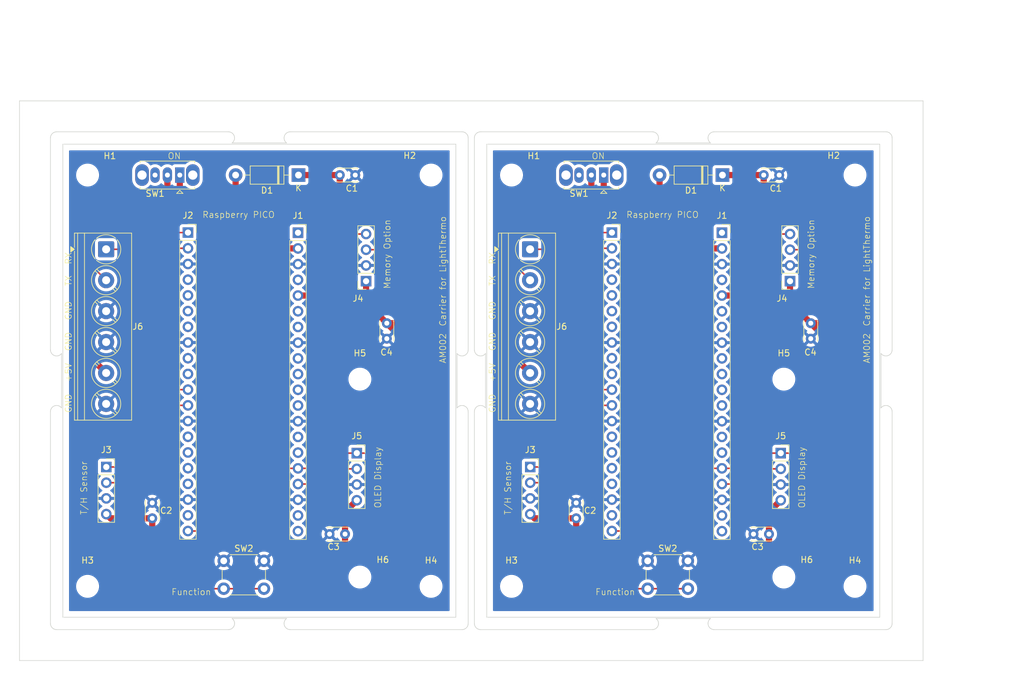
<source format=kicad_pcb>
(kicad_pcb (version 20241229) (generator "pcbnew") (generator_version "9.0")
  (title_block (title "Carrier board for lightThermo") (date "2025-03-16") (rev "1.1") (company "AM"))
  (layers (0 "F.Cu" signal) (2 "B.Cu" signal) (13 "F.Paste" user) (15 "B.Paste" user) (5 "F.SilkS" user "F.Silkscreen") (7 "B.SilkS" user "B.Silkscreen") (1 "F.Mask" user) (3 "B.Mask" user) (25 "Edge.Cuts" user))
  (net 0 "")
  (net 1 "Board_0-GND")
  (net 2 "Board_0-Net-(D1-A)")
  (net 3 "Board_0-Net-(D1-K)")
  (net 4 "Board_0-Net-(J1-3V3(OUT))")
  (net 5 "Board_0-Net-(J1-I2C1_SCL)")
  (net 6 "Board_0-Net-(J1-I2C1_SDA)")
  (net 7 "Board_0-Net-(J2-GP15)")
  (net 8 "Board_0-Net-(J2-I2C0_SCL)")
  (net 9 "Board_0-Net-(J2-I2C0_SDA)")
  (net 10 "Board_0-Net-(J2-UART0_RX)")
  (net 11 "Board_0-Net-(J2-UART0_TX)")
  (net 12 "Board_0-Net-(J6-Pin_5)")
  (net 13 "Board_0-unconnected-(J1-3V3_EN-Pad4)")
  (net 14 "Board_0-unconnected-(J1-ADC_VREF-Pad6)")
  (net 15 "Board_0-unconnected-(J1-GP16-Pad20)")
  (net 16 "Board_0-unconnected-(J1-GP17-Pad19)")
  (net 17 "Board_0-unconnected-(J1-GP20-Pad15)")
  (net 18 "Board_0-unconnected-(J1-GP21-Pad14)")
  (net 19 "Board_0-unconnected-(J1-GP22-Pad12)")
  (net 20 "Board_0-unconnected-(J1-GP26-Pad10)")
  (net 21 "Board_0-unconnected-(J1-GP27-Pad9)")
  (net 22 "Board_0-unconnected-(J1-GP28-Pad7)")
  (net 23 "Board_0-unconnected-(J1-RUN-Pad11)")
  (net 24 "Board_0-unconnected-(J1-VBUS-Pad1)")
  (net 25 "Board_0-unconnected-(J2-GP10-Pad14)")
  (net 26 "Board_0-unconnected-(J2-GP11-Pad15)")
  (net 27 "Board_0-unconnected-(J2-GP12-Pad16)")
  (net 28 "Board_0-unconnected-(J2-GP13-Pad17)")
  (net 29 "Board_0-unconnected-(J2-GP14-Pad19)")
  (net 30 "Board_0-unconnected-(J2-GP2-Pad4)")
  (net 31 "Board_0-unconnected-(J2-GP3-Pad5)")
  (net 32 "Board_0-unconnected-(J2-GP4-Pad6)")
  (net 33 "Board_0-unconnected-(J2-GP5-Pad7)")
  (net 34 "Board_0-unconnected-(J2-GP6-Pad9)")
  (net 35 "Board_0-unconnected-(J2-GP7-Pad10)")
  (net 36 "Board_1-GND")
  (net 37 "Board_1-Net-(D1-A)")
  (net 38 "Board_1-Net-(D1-K)")
  (net 39 "Board_1-Net-(J1-3V3(OUT))")
  (net 40 "Board_1-Net-(J1-I2C1_SCL)")
  (net 41 "Board_1-Net-(J1-I2C1_SDA)")
  (net 42 "Board_1-Net-(J2-GP15)")
  (net 43 "Board_1-Net-(J2-I2C0_SCL)")
  (net 44 "Board_1-Net-(J2-I2C0_SDA)")
  (net 45 "Board_1-Net-(J2-UART0_RX)")
  (net 46 "Board_1-Net-(J2-UART0_TX)")
  (net 47 "Board_1-Net-(J6-Pin_5)")
  (net 48 "Board_1-unconnected-(J1-3V3_EN-Pad4)")
  (net 49 "Board_1-unconnected-(J1-ADC_VREF-Pad6)")
  (net 50 "Board_1-unconnected-(J1-GP16-Pad20)")
  (net 51 "Board_1-unconnected-(J1-GP17-Pad19)")
  (net 52 "Board_1-unconnected-(J1-GP20-Pad15)")
  (net 53 "Board_1-unconnected-(J1-GP21-Pad14)")
  (net 54 "Board_1-unconnected-(J1-GP22-Pad12)")
  (net 55 "Board_1-unconnected-(J1-GP26-Pad10)")
  (net 56 "Board_1-unconnected-(J1-GP27-Pad9)")
  (net 57 "Board_1-unconnected-(J1-GP28-Pad7)")
  (net 58 "Board_1-unconnected-(J1-RUN-Pad11)")
  (net 59 "Board_1-unconnected-(J1-VBUS-Pad1)")
  (net 60 "Board_1-unconnected-(J2-GP10-Pad14)")
  (net 61 "Board_1-unconnected-(J2-GP11-Pad15)")
  (net 62 "Board_1-unconnected-(J2-GP12-Pad16)")
  (net 63 "Board_1-unconnected-(J2-GP13-Pad17)")
  (net 64 "Board_1-unconnected-(J2-GP14-Pad19)")
  (net 65 "Board_1-unconnected-(J2-GP2-Pad4)")
  (net 66 "Board_1-unconnected-(J2-GP3-Pad5)")
  (net 67 "Board_1-unconnected-(J2-GP4-Pad6)")
  (net 68 "Board_1-unconnected-(J2-GP5-Pad7)")
  (net 69 "Board_1-unconnected-(J2-GP6-Pad9)")
  (net 70 "Board_1-unconnected-(J2-GP7-Pad10)")
  (footprint "MountingHole:MountingHole_3.2mm_M3" (layer "F.Cu") (at 77.7 32)
    (property "Reference" "H1")
    (property "Value" "MountingHole")
  )
  (footprint "MountingHole:MountingHole_3.2mm_M3" (layer "F.Cu") (at 190.2 65)
    (property "Reference" "H5")
    (property "Value" "MountingHole")
  )
  (footprint "MountingHole:MountingHole_3.2mm_M3" (layer "F.Cu") (at 201.7 32)
    (property "Reference" "H2")
    (property "Value" "MountingHole")
  )
  (footprint "Connector_PinSocket_2.54mm:PinSocket_1x04_P2.54mm_Vertical" (layer "F.Cu") (at 80.725 79.2)
    (property "Reference" "J3")
    (property "Value" "Sensor T/H")
  )
  (footprint "Capacitor_THT:C_Disc_D3.0mm_W2.0mm_P2.50mm" (layer "F.Cu") (at 126.05 55.95 -90)
    (property "Reference" "C4")
    (property "Value" "100nF")
  )
  (footprint "Connector_PinSocket_2.54mm:PinSocket_1x04_P2.54mm_Vertical" (layer "F.Cu") (at 149.225 79.2)
    (property "Reference" "J3")
    (property "Value" "Sensor T/H")
  )
  (footprint "TerminalBlock_Phoenix:TerminalBlock_Phoenix_PT-1,5-6-5.0-H_1x06_P5.00mm_Horizontal" (layer "F.Cu") (at 149.2 44 -90)
    (property "Reference" "J6")
    (property "Value" "Screw_Terminal_01x06")
  )
  (footprint "Button_Switch_THT:SW_PUSH_6mm_H8mm" (layer "F.Cu") (at 168.2 94.38)
    (property "Reference" "SW2")
    (property "Value" "SW_Push")
  )
  (footprint "Connector_PinSocket_2.54mm:PinSocket_1x20_P2.54mm_Vertical" (layer "F.Cu") (at 111.7 41.32)
    (property "Reference" "J1")
    (property "Value" "pico R")
  )
  (footprint "Connector_PinSocket_2.54mm:PinSocket_1x20_P2.54mm_Vertical" (layer "F.Cu") (at 93.92 41.295)
    (property "Reference" "J2")
    (property "Value" "pico L")
  )
  (footprint "MountingHole:MountingHole_3.2mm_M3" (layer "F.Cu") (at 146.2 32)
    (property "Reference" "H1")
    (property "Value" "MountingHole")
  )
  (footprint "Capacitor_THT:C_Disc_D3.0mm_W2.0mm_P2.50mm" (layer "F.Cu") (at 189.45 32 180)
    (property "Reference" "C1")
    (property "Value" "100nF")
  )
  (footprint "Connector_PinSocket_2.54mm:PinSocket_1x20_P2.54mm_Vertical" (layer "F.Cu") (at 162.42 41.295)
    (property "Reference" "J2")
    (property "Value" "pico L")
  )
  (footprint "MountingHole:MountingHole_3.2mm_M3" (layer "F.Cu") (at 201.7 98.5)
    (property "Reference" "H4")
    (property "Value" "MountingHole")
  )
  (footprint "Capacitor_THT:C_Disc_D3.0mm_W2.0mm_P2.50mm" (layer "F.Cu") (at 187.8 90.05 180)
    (property "Reference" "C3")
    (property "Value" "100nF")
  )
  (footprint "MountingHole:MountingHole_3.2mm_M3" (layer "F.Cu") (at 133.2 32)
    (property "Reference" "H2")
    (property "Value" "MountingHole")
  )
  (footprint "MountingHole:MountingHole_3.2mm_M3" (layer "F.Cu") (at 190.2 97)
    (property "Reference" "H6")
    (property "Value" "MountingHole")
  )
  (footprint "Button_Switch_THT:SW_Slide_SPDT_Straight_CK_OS102011MS2Q" (layer "F.Cu") (at 92.6 32 180)
    (property "Reference" "SW1")
    (property "Value" "SW_SPST")
  )
  (footprint "Connector_PinSocket_2.54mm:PinSocket_1x04_P2.54mm_Vertical" (layer "F.Cu") (at 189.7 76.96)
    (property "Reference" "J5")
    (property "Value" "Display OLED")
  )
  (footprint "MountingHole:MountingHole_3.2mm_M3" (layer "F.Cu") (at 121.7 65)
    (property "Reference" "H5")
    (property "Value" "MountingHole")
  )
  (footprint "Capacitor_THT:C_Disc_D3.0mm_W2.0mm_P2.50mm" (layer "F.Cu") (at 156.65 85 -90)
    (property "Reference" "C2")
    (property "Value" "100nF")
  )
  (footprint "Button_Switch_THT:SW_PUSH_6mm_H8mm" (layer "F.Cu") (at 99.7 94.38)
    (property "Reference" "SW2")
    (property "Value" "SW_Push")
  )
  (footprint "MountingHole:MountingHole_3.2mm_M3" (layer "F.Cu") (at 121.7 97)
    (property "Reference" "H6")
    (property "Value" "MountingHole")
  )
  (footprint "MountingHole:MountingHole_3.2mm_M3" (layer "F.Cu") (at 133.2 98.5)
    (property "Reference" "H4")
    (property "Value" "MountingHole")
  )
  (footprint "Connector_PinSocket_2.54mm:PinSocket_1x04_P2.54mm_Vertical" (layer "F.Cu") (at 191.2 49.15 180)
    (property "Reference" "J4")
    (property "Value" "Memory Option")
  )
  (footprint "TerminalBlock_Phoenix:TerminalBlock_Phoenix_PT-1,5-6-5.0-H_1x06_P5.00mm_Horizontal" (layer "F.Cu") (at 80.7 44 -90)
    (property "Reference" "J6")
    (property "Value" "Screw_Terminal_01x06")
  )
  (footprint "MountingHole:MountingHole_3.2mm_M3" (layer "F.Cu") (at 146.2 98.5)
    (property "Reference" "H3")
    (property "Value" "MountingHole")
  )
  (footprint "Connector_PinSocket_2.54mm:PinSocket_1x04_P2.54mm_Vertical" (layer "F.Cu") (at 122.7 49.15 180)
    (property "Reference" "J4")
    (property "Value" "Memory Option")
  )
  (footprint "Capacitor_THT:C_Disc_D3.0mm_W2.0mm_P2.50mm" (layer "F.Cu") (at 88.15 85 -90)
    (property "Reference" "C2")
    (property "Value" "100nF")
  )
  (footprint "Capacitor_THT:C_Disc_D3.0mm_W2.0mm_P2.50mm" (layer "F.Cu") (at 120.95 32 180)
    (property "Reference" "C1")
    (property "Value" "100nF")
  )
  (footprint "MountingHole:MountingHole_3.2mm_M3" (layer "F.Cu") (at 77.7 98.5)
    (property "Reference" "H3")
    (property "Value" "MountingHole")
  )
  (footprint "Diode_THT:D_DO-41_SOD81_P10.16mm_Horizontal" (layer "F.Cu") (at 111.78 32 180)
    (property "Reference" "D1")
    (property "Value" "1N5817")
  )
  (footprint "Connector_PinSocket_2.54mm:PinSocket_1x04_P2.54mm_Vertical" (layer "F.Cu") (at 121.2 76.96)
    (property "Reference" "J5")
    (property "Value" "Display OLED")
  )
  (footprint "Connector_PinSocket_2.54mm:PinSocket_1x20_P2.54mm_Vertical" (layer "F.Cu") (at 180.2 41.32)
    (property "Reference" "J1")
    (property "Value" "pico R")
  )
  (footprint "Capacitor_THT:C_Disc_D3.0mm_W2.0mm_P2.50mm" (layer "F.Cu") (at 194.55 55.95 -90)
    (property "Reference" "C4")
    (property "Value" "100nF")
  )
  (footprint "Capacitor_THT:C_Disc_D3.0mm_W2.0mm_P2.50mm" (layer "F.Cu") (at 119.3 90.05 180)
    (property "Reference" "C3")
    (property "Value" "100nF")
  )
  (footprint "Button_Switch_THT:SW_Slide_SPDT_Straight_CK_OS102011MS2Q" (layer "F.Cu") (at 161.1 32 180)
    (property "Reference" "SW1")
    (property "Value" "SW_SPST")
  )
  (footprint "Diode_THT:D_DO-41_SOD81_P10.16mm_Horizontal" (layer "F.Cu") (at 180.28 32 180)
    (property "Reference" "D1")
    (property "Value" "1N5817")
  )
  (gr_line (start 169.287552 105.441602) (end 169.097583 105.489187) (stroke (width 0.1)) (layer "Edge.Cuts"))
  (gr_line (start 138.796103 105.303404) (end 138.628127 105.404085) (stroke (width 0.1)) (layer "Edge.Cuts"))
  (gr_line (start 139.189187 60.397583) (end 139.141602 60.587552) (stroke (width 0.1)) (layer "Edge.Cuts"))
  (gr_line (start 207.296103 61.053404) (end 207.128127 61.154085) (stroke (width 0.1)) (layer "Edge.Cuts"))
  (gr_line (start 177.951203 25.949981) (end 177.979939 25.756262) (stroke (width 0.1)) (layer "Edge.Cuts"))
  (gr_line (start 141.714588 69.392129) (end 141.871887 69.50879) (stroke (width 0.1)) (layer "Edge.Cuts"))
  (gr_line (start 109.85014 26.8) (end 109.70879 26.671887) (stroke (width 0.1)) (layer "Edge.Cuts"))
  (gr_line (start 138.052416 61.239187) (end 137.862447 61.191602) (stroke (width 0.1)) (layer "Edge.Cuts"))
  (gr_line (start 138.628127 61.154085) (end 138.443737 61.22006) (stroke (width 0.1)) (layer "Edge.Cuts"))
  (gr_line (start 169.939187 26.147583) (end 169.891602 26.337552) (stroke (width 0.1)) (layer "Edge.Cuts"))
  (gr_line (start 71.776044 69.866699) (end 71.868362 69.693985) (stroke (width 0.1)) (layer "Edge.Cuts"))
  (gr_line (start 169.584758 105.273237) (end 169.464588 105.35787) (stroke (width 0.1)) (layer "Edge.Cuts"))
  (gr_line (start 109.70879 26.671887) (end 109.592129 26.514588) (stroke (width 0.1)) (layer "Edge.Cuts"))
  (gr_line (start 205.9 60.849859) (end 205.9 69.653445) (stroke (width 0.1)) (layer "Edge.Cuts"))
  (gr_line (start 72.699012 25) (end 100.450987 25) (stroke (width 0.1)) (layer "Edge.Cuts"))
  (gr_line (start 140.219195 70.054104) (end 140.276044 69.866699) (stroke (width 0.1)) (layer "Edge.Cuts"))
  (gr_line (start 141.871887 60.991209) (end 141.714588 61.10787) (stroke (width 0.1)) (layer "Edge.Cuts"))
  (gr_line (start 109.7426 105.207399) (end 109.618362 105.056014) (stroke (width 0.1)) (layer "Edge.Cuts"))
  (gr_line (start 72.316699 69.326044) (end 72.504104 69.269195) (stroke (width 0.1)) (layer "Edge.Cuts"))
  (gr_line (start 178.045914 104.928127) (end 177.979939 104.743737) (stroke (width 0.1)) (layer "Edge.Cuts"))
  (gr_line (start 137.956262 69.279939) (end 138.10108 69.25481) (stroke (width 0.1)) (layer "Edge.Cuts"))
  (gr_line (start 137.685411 61.10787) (end 137.528112 60.991209) (stroke (width 0.1)) (layer "Edge.Cuts"))
  (gr_line (start 71.7 104.500987) (end 71.7 70.249012) (stroke (width 0.1)) (layer "Edge.Cuts"))
  (gr_line (start 101.281637 103.943985) (end 101.354085 104.071872) (stroke (width 0.1)) (layer "Edge.Cuts"))
  (gr_line (start 169.550049 103.7) (end 169.657399 103.7926) (stroke (width 0.1)) (layer "Edge.Cuts"))
  (gr_line (start 207.128127 25.095914) (end 207.296103 25.196595) (stroke (width 0.1)) (layer "Edge.Cuts"))
  (gr_line (start 73.214588 61.10787) (end 73.037552 61.191602) (stroke (width 0.1)) (layer "Edge.Cuts"))
  (gr_line (start 110.066699 105.423955) (end 109.893985 105.331637) (stroke (width 0.1)) (layer "Edge.Cuts"))
  (gr_line (start 142.2 27) (end 205.7 27) (stroke (width 0.1)) (layer "Edge.Cuts"))
  (gr_line (start 101.448796 25.949981) (end 101.439187 26.147583) (stroke (width 0.1)) (layer "Edge.Cuts"))
  (gr_line (start 109.508397 104.162447) (end 109.592129 103.985411) (stroke (width 0.1)) (layer "Edge.Cuts"))
  (gr_line (start 139.104085 69.821872) (end 139.180804 70.054104) (stroke (width 0.1)) (layer "Edge.Cuts"))
  (gr_line (start 138.628127 105.404085) (end 138.395895 105.480804) (stroke (width 0.1)) (layer "Edge.Cuts"))
  (gr_line (start 138.347583 69.260812) (end 138.490994 69.293016) (stroke (width 0.1)) (layer "Edge.Cuts"))
  (gr_line (start 140.45879 60.921887) (end 140.342129 60.764588) (stroke (width 0.1)) (layer "Edge.Cuts"))
  (gr_line (start 73.371887 60.991209) (end 73.214588 61.10787) (stroke (width 0.1)) (layer "Edge.Cuts"))
  (gr_line (start 207.604085 69.821872) (end 207.680804 70.054104) (stroke (width 0.1)) (layer "Edge.Cuts"))
  (gr_line (start 178.045914 25.571872) (end 178.146595 25.403896) (stroke (width 0.1)) (layer "Edge.Cuts"))
  (gr_line (start 141.199012 105.5) (end 141.004104 105.480804) (stroke (width 0.1)) (layer "Edge.Cuts"))
  (gr_line (start 178.435411 105.35787) (end 178.278112 105.241209) (stroke (width 0.1)) (layer "Edge.Cuts"))
  (gr_line (start 169.097583 105.489187) (end 168.950987 105.5) (stroke (width 0.1)) (layer "Edge.Cuts"))
  (gr_line (start 109.508397 26.337552) (end 109.460812 26.147583) (stroke (width 0.1)) (layer "Edge.Cuts"))
  (gr_line (start 71.926762 105.134758) (end 71.842129 105.014588) (stroke (width 0.1)) (layer "Edge.Cuts"))
  (gr_line (start 101.354085 104.928127) (end 101.281637 105.056014) (stroke (width 0.1)) (layer "Edge.Cuts"))
  (gr_line (start 72.504104 25.019195) (end 72.699012 25) (stroke (width 0.1)) (layer "Edge.Cuts"))
  (gr_line (start 206.456262 69.279939) (end 206.60108 69.25481) (stroke (width 0.1)) (layer "Edge.Cuts"))
  (gr_line (start 140.258397 25.662447) (end 140.31796 25.528074) (stroke (width 0.1)) (layer "Edge.Cuts"))
  (gr_line (start 169.464588 25.142129) (end 169.621887 25.25879) (stroke (width 0.1)) (layer "Edge.Cuts"))
  (gr_line (start 141.537552 69.308397) (end 141.714588 69.392129) (stroke (width 0.1)) (layer "Edge.Cuts"))
  (gr_line (start 109.45 104.499012) (end 109.460812 104.352416) (stroke (width 0.1)) (layer "Edge.Cuts"))
  (gr_line (start 138.250018 61.248796) (end 138.052416 61.239187) (stroke (width 0.1)) (layer "Edge.Cuts"))
  (gr_line (start 109.526044 104.8833) (end 109.469195 104.695895) (stroke (width 0.1)) (layer "Edge.Cuts"))
  (gr_line (start 169.939187 104.352416) (end 169.95 104.499012) (stroke (width 0.1)) (layer "Edge.Cuts"))
  (gr_line (start 72.504104 105.480804) (end 72.271872 105.404085) (stroke (width 0.1)) (layer "Edge.Cuts"))
  (gr_line (start 101.42006 25.756262) (end 101.448796 25.949981) (stroke (width 0.1)) (layer "Edge.Cuts"))
  (gr_line (start 169.854085 104.071872) (end 169.906983 104.209005) (stroke (width 0.1)) (layer "Edge.Cuts"))
  (gr_line (start 140.2 70.249012) (end 140.219195 70.054104) (stroke (width 0.1)) (layer "Edge.Cuts"))
  (gr_line (start 141.199012 25) (end 168.950987 25) (stroke (width 0.1)) (layer "Edge.Cuts"))
  (gr_line (start 207.7 60.250987) (end 207.689187 60.397583) (stroke (width 0.1)) (layer "Edge.Cuts"))
  (gr_line (start 71.710812 104.647583) (end 71.7 104.500987) (stroke (width 0.1)) (layer "Edge.Cuts"))
  (gr_line (start 207.7 70.249012) (end 207.7 104.500987) (stroke (width 0.1)) (layer "Edge.Cuts"))
  (gr_line (start 100.964588 25.142129) (end 101.121887 25.25879) (stroke (width 0.1)) (layer "Edge.Cuts"))
  (gr_line (start 178.146595 25.403896) (end 178.278112 25.25879) (stroke (width 0.1)) (layer "Edge.Cuts"))
  (gr_line (start 101.406983 104.209005) (end 101.439187 104.352416) (stroke (width 0.1)) (layer "Edge.Cuts"))
  (gr_line (start 101.191209 105.171887) (end 101.084758 105.273237) (stroke (width 0.1)) (layer "Edge.Cuts"))
  (gr_line (start 140.771872 61.154085) (end 140.603896 61.053404) (stroke (width 0.1)) (layer "Edge.Cuts"))
  (gr_line (start 206.185411 69.392129) (end 206.316699 69.326044) (stroke (width 0.1)) (layer "Edge.Cuts"))
  (gr_line (start 140.342129 105.014588) (end 140.258397 104.837552) (stroke (width 0.1)) (layer "Edge.Cuts"))
  (gr_line (start 101.439187 104.647583) (end 101.406983 104.790994) (stroke (width 0.1)) (layer "Edge.Cuts"))
  (gr_line (start 205.9 69.653445) (end 205.95879 69.578112) (stroke (width 0.1)) (layer "Edge.Cuts"))
  (gr_line (start 109.893985 105.331637) (end 109.7426 105.207399) (stroke (width 0.1)) (layer "Edge.Cuts"))
  (gr_line (start 178.092129 26.514588) (end 178.008397 26.337552) (stroke (width 0.1)) (layer "Edge.Cuts"))
  (gr_line (start 205.95879 69.578112) (end 206.065241 69.476762) (stroke (width 0.1)) (layer "Edge.Cuts"))
  (gr_line (start 101.191209 103.828112) (end 101.281637 103.943985) (stroke (width 0.1)) (layer "Edge.Cuts"))
  (gr_line (start 101.084758 103.726762) (end 101.191209 103.828112) (stroke (width 0.1)) (layer "Edge.Cuts"))
  (gr_line (start 71.758397 25.662447) (end 71.81796 25.528074) (stroke (width 0.1)) (layer "Edge.Cuts"))
  (gr_line (start 137.685411 69.392129) (end 137.816699 69.326044) (stroke (width 0.1)) (layer "Edge.Cuts"))
  (gr_line (start 141.004104 69.269195) (end 141.200987 69.25) (stroke (width 0.1)) (layer "Edge.Cuts"))
  (gr_line (start 100.450987 25) (end 100.597583 25.010812) (stroke (width 0.1)) (layer "Edge.Cuts"))
  (gr_line (start 207.441209 60.921887) (end 207.296103 61.053404) (stroke (width 0.1)) (layer "Edge.Cuts"))
  (gr_line (start 168.950987 105.5) (end 141.199012 105.5) (stroke (width 0.1)) (layer "Edge.Cuts"))
  (gr_line (start 178.949012 105.5) (end 178.802416 105.489187) (stroke (width 0.1)) (layer "Edge.Cuts"))
  (gr_line (start 169.948796 25.949981) (end 169.939187 26.147583) (stroke (width 0.1)) (layer "Edge.Cuts"))
  (gr_line (start 101.049859 26.8) (end 109.85014 26.8) (stroke (width 0.1)) (layer "Edge.Cuts"))
  (gr_line (start 66.701245 20.00027) (end 66.700735 110.499574) (stroke (width 0.1)) (layer "Edge.Cuts"))
  (gr_line (start 110.449012 25) (end 138.200987 25) (stroke (width 0.1)) (layer "Edge.Cuts"))
  (gr_line (start 169.691209 26.671887) (end 169.549859 26.8) (stroke (width 0.1)) (layer "Edge.Cuts"))
  (gr_line (start 109.646595 25.403896) (end 109.778112 25.25879) (stroke (width 0.1)) (layer "Edge.Cuts"))
  (gr_line (start 141.004104 25.019195) (end 141.199012 25) (stroke (width 0.1)) (layer "Edge.Cuts"))
  (gr_line (start 206.990994 69.293016) (end 207.128127 69.345914) (stroke (width 0.1)) (layer "Edge.Cuts"))
  (gr_line (start 177.951203 104.550018) (end 177.95481 104.40108) (stroke (width 0.1)) (layer "Edge.Cuts"))
  (gr_line (start 71.710812 60.397583) (end 71.7 60.250987) (stroke (width 0.1)) (layer "Edge.Cuts"))
  (gr_line (start 101.406983 104.790994) (end 101.354085 104.928127) (stroke (width 0.1)) (layer "Edge.Cuts"))
  (gr_line (start 140.4926 69.5426) (end 140.643985 69.418362) (stroke (width 0.1)) (layer "Edge.Cuts"))
  (gr_line (start 178.146595 105.096103) (end 178.045914 104.928127) (stroke (width 0.1)) (layer "Edge.Cuts"))
  (gr_line (start 101.354085 25.571872) (end 101.42006 25.756262) (stroke (width 0.1)) (layer "Edge.Cuts"))
  (gr_line (start 169.80787 26.514588) (end 169.691209 26.671887) (stroke (width 0.1)) (layer "Edge.Cuts"))
  (gr_line (start 140.603896 25.196595) (end 140.771872 25.095914) (stroke (width 0.1)) (layer "Edge.Cuts"))
  (gr_line (start 206.552416 61.239187) (end 206.362447 61.191602) (stroke (width 0.1)) (layer "Edge.Cuts"))
  (gr_line (start 207.582039 25.528074) (end 207.641602 25.662447) (stroke (width 0.1)) (layer "Edge.Cuts"))
  (gr_line (start 71.868362 69.693985) (end 71.9926 69.5426) (stroke (width 0.1)) (layer "Edge.Cuts"))
  (gr_line (start 178.35014 26.8) (end 178.20879 26.671887) (stroke (width 0.1)) (layer "Edge.Cuts"))
  (gr_line (start 139.05787 60.764588) (end 138.941209 60.921887) (stroke (width 0.1)) (layer "Edge.Cuts"))
  (gr_line (start 139.082039 25.528074) (end 139.141602 25.662447) (stroke (width 0.1)) (layer "Edge.Cuts"))
  (gr_line (start 100.787552 105.441602) (end 100.597583 105.489187) (stroke (width 0.1)) (layer "Edge.Cuts"))
  (gr_line (start 71.842129 60.764588) (end 71.758397 60.587552) (stroke (width 0.1)) (layer "Edge.Cuts"))
  (gr_line (start 140.426762 105.134758) (end 140.342129 105.014588) (stroke (width 0.1)) (layer "Edge.Cuts"))
  (gr_line (start 71.7 60.250987) (end 71.7 25.999012) (stroke (width 0.1)) (layer "Edge.Cuts"))
  (gr_line (start 138.395895 25.019195) (end 138.628127 25.095914) (stroke (width 0.1)) (layer "Edge.Cuts"))
  (gr_line (start 207.296103 105.303404) (end 207.128127 105.404085) (stroke (width 0.1)) (layer "Edge.Cuts"))
  (gr_line (start 100.787552 25.058397) (end 100.964588 25.142129) (stroke (width 0.1)) (layer "Edge.Cuts"))
  (gr_line (start 169.549859 26.8) (end 178.35014 26.8) (stroke (width 0.1)) (layer "Edge.Cuts"))
  (gr_line (start 137.565241 69.476762) (end 137.685411 69.392129) (stroke (width 0.1)) (layer "Edge.Cuts"))
  (gr_line (start 71.758397 104.837552) (end 71.710812 104.647583) (stroke (width 0.1)) (layer "Edge.Cuts"))
  (gr_line (start 177.979939 25.756262) (end 178.045914 25.571872) (stroke (width 0.1)) (layer "Edge.Cuts"))
  (gr_line (start 140.368362 69.693985) (end 140.4926 69.5426) (stroke (width 0.1)) (layer "Edge.Cuts"))
  (gr_line (start 140.816699 69.326044) (end 141.004104 69.269195) (stroke (width 0.1)) (layer "Edge.Cuts"))
  (gr_line (start 141.200987 69.25) (end 141.347583 69.260812) (stroke (width 0.1)) (layer "Edge.Cuts"))
  (gr_line (start 140.603896 105.303404) (end 140.426762 105.134758) (stroke (width 0.1)) (layer "Edge.Cuts"))
  (gr_line (start 169.906983 104.209005) (end 169.939187 104.352416) (stroke (width 0.1)) (layer "Edge.Cuts"))
  (gr_line (start 212.699574 110.499264) (end 212.699264 20.000425) (stroke (width 0.1)) (layer "Edge.Cuts"))
  (gr_line (start 169.891602 26.337552) (end 169.80787 26.514588) (stroke (width 0.1)) (layer "Edge.Cuts"))
  (gr_line (start 206.028112 60.991209) (end 205.9 60.849859) (stroke (width 0.1)) (layer "Edge.Cuts"))
  (gr_line (start 72.504104 69.269195) (end 72.699012 69.25) (stroke (width 0.1)) (layer "Edge.Cuts"))
  (gr_line (start 137.528112 60.991209) (end 137.4 60.849859) (stroke (width 0.1)) (layer "Edge.Cuts"))
  (gr_line (start 212.699264 20.000425) (end 66.701245 20.00027) (stroke (width 0.1)) (layer "Edge.Cuts"))
  (gr_line (start 109.778112 25.25879) (end 109.935411 25.142129) (stroke (width 0.1)) (layer "Edge.Cuts"))
  (gr_line (start 101.354085 104.071872) (end 101.406983 104.209005) (stroke (width 0.1)) (layer "Edge.Cuts"))
  (gr_line (start 72.065241 25.226762) (end 72.271872 25.095914) (stroke (width 0.1)) (layer "Edge.Cuts"))
  (gr_line (start 140.258397 60.587552) (end 140.210812 60.397583) (stroke (width 0.1)) (layer "Edge.Cuts"))
  (gr_line (start 71.81796 25.528074) (end 71.926762 25.365241) (stroke (width 0.1)) (layer "Edge.Cuts"))
  (gr_line (start 205.7 103.5) (end 142.2 103.5) (stroke (width 0.1)) (layer "Edge.Cuts"))
  (gr_line (start 169.781637 105.056014) (end 169.691209 105.171887) (stroke (width 0.1)) (layer "Edge.Cuts"))
  (gr_line (start 139.141602 25.662447) (end 139.189187 25.852416) (stroke (width 0.1)) (layer "Edge.Cuts"))
  (gr_line (start 169.287552 25.058397) (end 169.464588 25.142129) (stroke (width 0.1)) (layer "Edge.Cuts"))
  (gr_line (start 139.2 60.250987) (end 139.189187 60.397583) (stroke (width 0.1)) (layer "Edge.Cuts"))
  (gr_line (start 72.847583 69.260812) (end 73.037552 69.308397) (stroke (width 0.1)) (layer "Edge.Cuts"))
  (gr_line (start 206.750018 61.248796) (end 206.552416 61.239187) (stroke (width 0.1)) (layer "Edge.Cuts"))
  (gr_line (start 207.128127 105.404085) (end 206.895895 105.480804) (stroke (width 0.1)) (layer "Edge.Cuts"))
  (gr_line (start 72.847583 61.239187) (end 72.649981 61.248796) (stroke (width 0.1)) (layer "Edge.Cuts"))
  (gr_line (start 110.112447 25.058397) (end 110.302416 25.010812) (stroke (width 0.1)) (layer "Edge.Cuts"))
  (gr_line (start 140.210812 104.647583) (end 140.2 104.500987) (stroke (width 0.1)) (layer "Edge.Cuts"))
  (gr_line (start 73.037552 61.191602) (end 72.847583 61.239187) (stroke (width 0.1)) (layer "Edge.Cuts"))
  (gr_line (start 71.9926 69.5426) (end 72.143985 69.418362) (stroke (width 0.1)) (layer "Edge.Cuts"))
  (gr_line (start 109.70879 103.828112) (end 109.85014 103.7) (stroke (width 0.1)) (layer "Edge.Cuts"))
  (gr_line (start 141.004104 105.480804) (end 140.771872 105.404085) (stroke (width 0.1)) (layer "Edge.Cuts"))
  (gr_line (start 140.2 104.500987) (end 140.2 70.249012) (stroke (width 0.1)) (layer "Edge.Cuts"))
  (gr_line (start 101.084758 105.273237) (end 100.921925 105.382039) (stroke (width 0.1)) (layer "Edge.Cuts"))
  (gr_line (start 100.597583 25.010812) (end 100.787552 25.058397) (stroke (width 0.1)) (layer "Edge.Cuts"))
  (gr_line (start 178.20879 26.671887) (end 178.092129 26.514588) (stroke (width 0.1)) (layer "Edge.Cuts"))
  (gr_line (start 139.189187 104.647583) (end 139.141602 104.837552) (stroke (width 0.1)) (layer "Edge.Cuts"))
  (gr_line (start 73.037552 69.308397) (end 73.214588 69.392129) (stroke (width 0.1)) (layer "Edge.Cuts"))
  (gr_line (start 72.271872 25.095914) (end 72.504104 25.019195) (stroke (width 0.1)) (layer "Edge.Cuts"))
  (gr_line (start 207.582039 104.971925) (end 207.473237 105.134758) (stroke (width 0.1)) (layer "Edge.Cuts"))
  (gr_line (start 73.371887 69.50879) (end 73.5 69.65014) (stroke (width 0.1)) (layer "Edge.Cuts"))
  (gr_line (start 178.355294 103.7) (end 169.550049 103.7) (stroke (width 0.1)) (layer "Edge.Cuts"))
  (gr_line (start 206.847583 69.260812) (end 206.990994 69.293016) (stroke (width 0.1)) (layer "Edge.Cuts"))
  (gr_line (start 72.271872 61.154085) (end 72.103896 61.053404) (stroke (width 0.1)) (layer "Edge.Cuts"))
  (gr_line (start 139.141602 60.587552) (end 139.05787 60.764588) (stroke (width 0.1)) (layer "Edge.Cuts"))
  (gr_line (start 109.592129 26.514588) (end 109.508397 26.337552) (stroke (width 0.1)) (layer "Edge.Cuts"))
  (gr_line (start 109.85014 103.7) (end 101.046758 103.7) (stroke (width 0.1)) (layer "Edge.Cuts"))
  (gr_line (start 207.128127 61.154085) (end 206.943737 61.22006) (stroke (width 0.1)) (layer "Edge.Cuts"))
  (gr_line (start 109.451203 25.949981) (end 109.479939 25.756262) (stroke (width 0.1)) (layer "Edge.Cuts"))
  (gr_line (start 109.460812 104.352416) (end 109.508397 104.162447) (stroke (width 0.1)) (layer "Edge.Cuts"))
  (gr_line (start 140.771872 25.095914) (end 141.004104 25.019195) (stroke (width 0.1)) (layer "Edge.Cuts"))
  (gr_line (start 141.871887 69.50879) (end 142 69.65014) (stroke (width 0.1)) (layer "Edge.Cuts"))
  (gr_line (start 101.45 104.499012) (end 101.439187 104.647583) (stroke (width 0.1)) (layer "Edge.Cuts"))
  (gr_line (start 138.490994 69.293016) (end 138.628127 69.345914) (stroke (width 0.1)) (layer "Edge.Cuts"))
  (gr_line (start 177.960812 26.147583) (end 177.951203 25.949981) (stroke (width 0.1)) (layer "Edge.Cuts"))
  (gr_line (start 178.315241 103.726762) (end 178.355294 103.7) (stroke (width 0.1)) (layer "Edge.Cuts"))
  (gr_line (start 207.7 104.500987) (end 207.689187 104.647583) (stroke (width 0.1)) (layer "Edge.Cuts"))
  (gr_line (start 110.302416 25.010812) (end 110.449012 25) (stroke (width 0.1)) (layer "Edge.Cuts"))
  (gr_line (start 71.7 70.249012) (end 71.719195 70.054104) (stroke (width 0.1)) (layer "Edge.Cuts"))
  (gr_line (start 100.921925 105.382039) (end 100.787552 105.441602) (stroke (width 0.1)) (layer "Edge.Cuts"))
  (gr_line (start 178.802416 105.489187) (end 178.612447 105.441602) (stroke (width 0.1)) (layer "Edge.Cuts"))
  (gr_line (start 142 60.849859) (end 141.871887 60.991209) (stroke (width 0.1)) (layer "Edge.Cuts"))
  (gr_line (start 169.621887 25.25879) (end 169.753404 25.403896) (stroke (width 0.1)) (layer "Edge.Cuts"))
  (gr_line (start 206.895895 25.019195) (end 207.128127 25.095914) (stroke (width 0.1)) (layer "Edge.Cuts"))
  (gr_line (start 206.065241 69.476762) (end 206.185411 69.392129) (stroke (width 0.1)) (layer "Edge.Cuts"))
  (gr_line (start 137.2 103.5) (end 73.7 103.5) (stroke (width 0.1)) (layer "Edge.Cuts"))
  (gr_line (start 73.7 27) (end 137.2 27) (stroke (width 0.1)) (layer "Edge.Cuts"))
  (gr_line (start 207.128127 69.345914) (end 207.334758 69.476762) (stroke (width 0.1)) (layer "Edge.Cuts"))
  (gr_line (start 109.618362 105.056014) (end 109.526044 104.8833) (stroke (width 0.1)) (layer "Edge.Cuts"))
  (gr_line (start 138.973237 25.365241) (end 139.082039 25.528074) (stroke (width 0.1)) (layer "Edge.Cuts"))
  (gr_line (start 178.612447 25.058397) (end 178.802416 25.010812) (stroke (width 0.1)) (layer "Edge.Cuts"))
  (gr_line (start 178.008397 26.337552) (end 177.960812 26.147583) (stroke (width 0.1)) (layer "Edge.Cuts"))
  (gr_line (start 138.796103 61.053404) (end 138.628127 61.154085) (stroke (width 0.1)) (layer "Edge.Cuts"))
  (gr_line (start 207.641602 25.662447) (end 207.689187 25.852416) (stroke (width 0.1)) (layer "Edge.Cuts"))
  (gr_line (start 101.253404 25.403896) (end 101.354085 25.571872) (stroke (width 0.1)) (layer "Edge.Cuts"))
  (gr_line (start 207.473237 105.134758) (end 207.296103 105.303404) (stroke (width 0.1)) (layer "Edge.Cuts"))
  (gr_line (start 109.460812 26.147583) (end 109.451203 25.949981) (stroke (width 0.1)) (layer "Edge.Cuts"))
  (gr_line (start 72.649981 61.248796) (end 72.456262 61.22006) (stroke (width 0.1)) (layer "Edge.Cuts"))
  (gr_line (start 101.121887 25.25879) (end 101.253404 25.403896) (stroke (width 0.1)) (layer "Edge.Cuts"))
  (gr_line (start 207.641602 104.837552) (end 207.582039 104.971925) (stroke (width 0.1)) (layer "Edge.Cuts"))
  (gr_line (start 206.943737 61.22006) (end 206.750018 61.248796) (stroke (width 0.1)) (layer "Edge.Cuts"))
  (gr_line (start 207.7 25.999012) (end 207.7 60.250987) (stroke (width 0.1)) (layer "Edge.Cuts"))
  (gr_line (start 73.5 60.849859) (end 73.371887 60.991209) (stroke (width 0.1)) (layer "Edge.Cuts"))
  (gr_line (start 141.537552 61.191602) (end 141.347583 61.239187) (stroke (width 0.1)) (layer "Edge.Cuts"))
  (gr_line (start 169.92006 25.756262) (end 169.948796 25.949981) (stroke (width 0.1)) (layer "Edge.Cuts"))
  (gr_line (start 178.612447 105.441602) (end 178.435411 105.35787) (stroke (width 0.1)) (layer "Edge.Cuts"))
  (gr_line (start 141.714588 61.10787) (end 141.537552 61.191602) (stroke (width 0.1)) (layer "Edge.Cuts"))
  (gr_line (start 169.854085 104.928127) (end 169.781637 105.056014) (stroke (width 0.1)) (layer "Edge.Cuts"))
  (gr_line (start 207.641602 60.587552) (end 207.55787 60.764588) (stroke (width 0.1)) (layer "Edge.Cuts"))
  (gr_line (start 177.993016 104.209005) (end 178.06796 104.028074) (stroke (width 0.1)) (layer "Edge.Cuts"))
  (gr_line (start 72.456262 61.22006) (end 72.271872 61.154085) (stroke (width 0.1)) (layer "Edge.Cuts"))
  (gr_line (start 101.30787 26.514588) (end 101.191209 26.671887) (stroke (width 0.1)) (layer "Edge.Cuts"))
  (gr_line (start 168.950987 25) (end 169.097583 25.010812) (stroke (width 0.1)) (layer "Edge.Cuts"))
  (gr_line (start 138.941209 60.921887) (end 138.796103 61.053404) (stroke (width 0.1)) (layer "Edge.Cuts"))
  (gr_line (start 142 69.65014) (end 142 60.849859) (stroke (width 0.1)) (layer "Edge.Cuts"))
  (gr_line (start 101.046758 103.7) (end 101.084758 103.726762) (stroke (width 0.1)) (layer "Edge.Cuts"))
  (gr_line (start 178.06796 104.028074) (end 178.176762 103.865241) (stroke (width 0.1)) (layer "Edge.Cuts"))
  (gr_line (start 138.200987 105.5) (end 110.449012 105.5) (stroke (width 0.1)) (layer "Edge.Cuts"))
  (gr_line (start 138.443737 61.22006) (end 138.250018 61.248796) (stroke (width 0.1)) (layer "Edge.Cuts"))
  (gr_line (start 139.2 70.249012) (end 139.2 104.500987) (stroke (width 0.1)) (layer "Edge.Cuts"))
  (gr_line (start 207.689187 60.397583) (end 207.641602 60.587552) (stroke (width 0.1)) (layer "Edge.Cuts"))
  (gr_line (start 178.949012 25) (end 206.700987 25) (stroke (width 0.1)) (layer "Edge.Cuts"))
  (gr_line (start 100.597583 105.489187) (end 100.450987 105.5) (stroke (width 0.1)) (layer "Edge.Cuts"))
  (gr_line (start 72.699012 69.25) (end 72.847583 69.260812) (stroke (width 0.1)) (layer "Edge.Cuts"))
  (gr_line (start 71.710812 25.852416) (end 71.758397 25.662447) (stroke (width 0.1)) (layer "Edge.Cuts"))
  (gr_line (start 101.281637 105.056014) (end 101.191209 105.171887) (stroke (width 0.1)) (layer "Edge.Cuts"))
  (gr_line (start 109.545914 25.571872) (end 109.646595 25.403896) (stroke (width 0.1)) (layer "Edge.Cuts"))
  (gr_line (start 207.296103 25.196595) (end 207.473237 25.365241) (stroke (width 0.1)) (layer "Edge.Cuts"))
  (gr_line (start 207.55787 60.764588) (end 207.441209 60.921887) (stroke (width 0.1)) (layer "Edge.Cuts"))
  (gr_line (start 101.439187 26.147583) (end 101.391602 26.337552) (stroke (width 0.1)) (layer "Edge.Cuts"))
  (gr_line (start 140.643985 69.418362) (end 140.816699 69.326044) (stroke (width 0.1)) (layer "Edge.Cuts"))
  (gr_line (start 140.276044 69.866699) (end 140.368362 69.693985) (stroke (width 0.1)) (layer "Edge.Cuts"))
  (gr_line (start 169.95 104.499012) (end 169.939187 104.647583) (stroke (width 0.1)) (layer "Edge.Cuts"))
  (gr_line (start 206.185411 61.10787) (end 206.028112 60.991209) (stroke (width 0.1)) (layer "Edge.Cuts"))
  (gr_line (start 71.7 25.999012) (end 71.710812 25.852416) (stroke (width 0.1)) (layer "Edge.Cuts"))
  (gr_line (start 206.60108 69.25481) (end 206.847583 69.260812) (stroke (width 0.1)) (layer "Edge.Cuts"))
  (gr_line (start 72.699012 105.5) (end 72.504104 105.480804) (stroke (width 0.1)) (layer "Edge.Cuts"))
  (gr_line (start 71.842129 105.014588) (end 71.758397 104.837552) (stroke (width 0.1)) (layer "Edge.Cuts"))
  (gr_line (start 101.191209 26.671887) (end 101.049859 26.8) (stroke (width 0.1)) (layer "Edge.Cuts"))
  (gr_line (start 110.254104 105.480804) (end 110.066699 105.423955) (stroke (width 0.1)) (layer "Edge.Cuts"))
  (gr_line (start 100.450987 105.5) (end 72.699012 105.5) (stroke (width 0.1)) (layer "Edge.Cuts"))
  (gr_line (start 73.5 69.65014) (end 73.5 60.849859) (stroke (width 0.1)) (layer "Edge.Cuts"))
  (gr_line (start 206.362447 61.191602) (end 206.185411 61.10787) (stroke (width 0.1)) (layer "Edge.Cuts"))
  (gr_line (start 140.31796 25.528074) (end 140.426762 25.365241) (stroke (width 0.1)) (layer "Edge.Cuts"))
  (gr_line (start 178.176762 103.865241) (end 178.315241 103.726762) (stroke (width 0.1)) (layer "Edge.Cuts"))
  (gr_line (start 138.628127 69.345914) (end 138.834758 69.476762) (stroke (width 0.1)) (layer "Edge.Cuts"))
  (gr_line (start 138.10108 69.25481) (end 138.347583 69.260812) (stroke (width 0.1)) (layer "Edge.Cuts"))
  (gr_line (start 137.816699 69.326044) (end 137.956262 69.279939) (stroke (width 0.1)) (layer "Edge.Cuts"))
  (gr_line (start 169.854085 25.571872) (end 169.92006 25.756262) (stroke (width 0.1)) (layer "Edge.Cuts"))
  (gr_line (start 169.753404 103.903896) (end 169.854085 104.071872) (stroke (width 0.1)) (layer "Edge.Cuts"))
  (gr_line (start 140.603896 61.053404) (end 140.45879 60.921887) (stroke (width 0.1)) (layer "Edge.Cuts"))
  (gr_line (start 109.479939 25.756262) (end 109.545914 25.571872) (stroke (width 0.1)) (layer "Edge.Cuts"))
  (gr_line (start 178.802416 25.010812) (end 178.949012 25) (stroke (width 0.1)) (layer "Edge.Cuts"))
  (gr_line (start 169.906983 104.790994) (end 169.854085 104.928127) (stroke (width 0.1)) (layer "Edge.Cuts"))
  (gr_line (start 206.700987 105.5) (end 178.949012 105.5) (stroke (width 0.1)) (layer "Edge.Cuts"))
  (gr_line (start 177.95481 104.40108) (end 177.993016 104.209005) (stroke (width 0.1)) (layer "Edge.Cuts"))
  (gr_line (start 139.05787 105.014588) (end 138.973237 105.134758) (stroke (width 0.1)) (layer "Edge.Cuts"))
  (gr_line (start 71.95879 60.921887) (end 71.842129 60.764588) (stroke (width 0.1)) (layer "Edge.Cuts"))
  (gr_line (start 169.691209 105.171887) (end 169.584758 105.273237) (stroke (width 0.1)) (layer "Edge.Cuts"))
  (gr_line (start 66.700735 110.499574) (end 212.699574 110.499264) (stroke (width 0.1)) (layer "Edge.Cuts"))
  (gr_line (start 110.449012 105.5) (end 110.254104 105.480804) (stroke (width 0.1)) (layer "Edge.Cuts"))
  (gr_line (start 140.258397 104.837552) (end 140.210812 104.647583) (stroke (width 0.1)) (layer "Edge.Cuts"))
  (gr_line (start 137.4 69.650321) (end 137.565241 69.476762) (stroke (width 0.1)) (layer "Edge.Cuts"))
  (gr_line (start 140.956262 61.22006) (end 140.771872 61.154085) (stroke (width 0.1)) (layer "Edge.Cuts"))
  (gr_line (start 137.4 60.849859) (end 137.4 69.650321) (stroke (width 0.1)) (layer "Edge.Cuts"))
  (gr_line (start 178.278112 105.241209) (end 178.146595 105.096103) (stroke (width 0.1)) (layer "Edge.Cuts"))
  (gr_line (start 101.391602 26.337552) (end 101.30787 26.514588) (stroke (width 0.1)) (layer "Edge.Cuts"))
  (gr_line (start 207.473237 69.615241) (end 207.604085 69.821872) (stroke (width 0.1)) (layer "Edge.Cuts"))
  (gr_line (start 109.935411 25.142129) (end 110.112447 25.058397) (stroke (width 0.1)) (layer "Edge.Cuts"))
  (gr_line (start 71.926762 25.365241) (end 72.065241 25.226762) (stroke (width 0.1)) (layer "Edge.Cuts"))
  (gr_line (start 207.680804 70.054104) (end 207.7 70.249012) (stroke (width 0.1)) (layer "Edge.Cuts"))
  (gr_line (start 140.771872 105.404085) (end 140.603896 105.303404) (stroke (width 0.1)) (layer "Edge.Cuts"))
  (gr_line (start 138.834758 69.476762) (end 139.003404 69.653896) (stroke (width 0.1)) (layer "Edge.Cuts"))
  (gr_line (start 138.395895 105.480804) (end 138.200987 105.5) (stroke (width 0.1)) (layer "Edge.Cuts"))
  (gr_line (start 73.7 103.5) (end 73.7 27) (stroke (width 0.1)) (layer "Edge.Cuts"))
  (gr_line (start 72.103896 105.303404) (end 71.926762 105.134758) (stroke (width 0.1)) (layer "Edge.Cuts"))
  (gr_line (start 140.426762 25.365241) (end 140.603896 25.196595) (stroke (width 0.1)) (layer "Edge.Cuts"))
  (gr_line (start 206.895895 105.480804) (end 206.700987 105.5) (stroke (width 0.1)) (layer "Edge.Cuts"))
  (gr_line (start 138.973237 105.134758) (end 138.796103 105.303404) (stroke (width 0.1)) (layer "Edge.Cuts"))
  (gr_line (start 72.143985 69.418362) (end 72.316699 69.326044) (stroke (width 0.1)) (layer "Edge.Cuts"))
  (gr_line (start 178.278112 25.25879) (end 178.435411 25.142129) (stroke (width 0.1)) (layer "Edge.Cuts"))
  (gr_line (start 177.979939 104.743737) (end 177.951203 104.550018) (stroke (width 0.1)) (layer "Edge.Cuts"))
  (gr_line (start 139.2 25.999012) (end 139.2 60.250987) (stroke (width 0.1)) (layer "Edge.Cuts"))
  (gr_line (start 169.097583 25.010812) (end 169.287552 25.058397) (stroke (width 0.1)) (layer "Edge.Cuts"))
  (gr_line (start 71.758397 60.587552) (end 71.710812 60.397583) (stroke (width 0.1)) (layer "Edge.Cuts"))
  (gr_line (start 178.435411 25.142129) (end 178.612447 25.058397) (stroke (width 0.1)) (layer "Edge.Cuts"))
  (gr_line (start 138.796103 25.196595) (end 138.973237 25.365241) (stroke (width 0.1)) (layer "Edge.Cuts"))
  (gr_line (start 73.214588 69.392129) (end 73.371887 69.50879) (stroke (width 0.1)) (layer "Edge.Cuts"))
  (gr_line (start 109.469195 104.695895) (end 109.45 104.499012) (stroke (width 0.1)) (layer "Edge.Cuts"))
  (gr_line (start 141.149981 61.248796) (end 140.956262 61.22006) (stroke (width 0.1)) (layer "Edge.Cuts"))
  (gr_line (start 207.334758 69.476762) (end 207.473237 69.615241) (stroke (width 0.1)) (layer "Edge.Cuts"))
  (gr_line (start 169.753404 25.403896) (end 169.854085 25.571872) (stroke (width 0.1)) (layer "Edge.Cuts"))
  (gr_line (start 140.210812 60.397583) (end 140.2 60.250987) (stroke (width 0.1)) (layer "Edge.Cuts"))
  (gr_line (start 138.628127 25.095914) (end 138.796103 25.196595) (stroke (width 0.1)) (layer "Edge.Cuts"))
  (gr_line (start 205.7 27) (end 205.7 103.5) (stroke (width 0.1)) (layer "Edge.Cuts"))
  (gr_line (start 207.689187 25.852416) (end 207.7 25.999012) (stroke (width 0.1)) (layer "Edge.Cuts"))
  (gr_line (start 141.347583 69.260812) (end 141.537552 69.308397) (stroke (width 0.1)) (layer "Edge.Cuts"))
  (gr_line (start 137.862447 61.191602) (end 137.685411 61.10787) (stroke (width 0.1)) (layer "Edge.Cuts"))
  (gr_line (start 141.347583 61.239187) (end 141.149981 61.248796) (stroke (width 0.1)) (layer "Edge.Cuts"))
  (gr_line (start 207.689187 104.647583) (end 207.641602 104.837552) (stroke (width 0.1)) (layer "Edge.Cuts"))
  (gr_line (start 207.473237 25.365241) (end 207.582039 25.528074) (stroke (width 0.1)) (layer "Edge.Cuts"))
  (gr_line (start 137.2 27) (end 137.2 103.5) (stroke (width 0.1)) (layer "Edge.Cuts"))
  (gr_line (start 101.439187 104.352416) (end 101.45 104.499012) (stroke (width 0.1)) (layer "Edge.Cuts"))
  (gr_line (start 140.342129 60.764588) (end 140.258397 60.587552) (stroke (width 0.1)) (layer "Edge.Cuts"))
  (gr_line (start 109.592129 103.985411) (end 109.70879 103.828112) (stroke (width 0.1)) (layer "Edge.Cuts"))
  (gr_line (start 169.657399 103.7926) (end 169.753404 103.903896) (stroke (width 0.1)) (layer "Edge.Cuts"))
  (gr_line (start 206.316699 69.326044) (end 206.456262 69.279939) (stroke (width 0.1)) (layer "Edge.Cuts"))
  (gr_line (start 139.141602 104.837552) (end 139.05787 105.014588) (stroke (width 0.1)) (layer "Edge.Cuts"))
  (gr_line (start 72.271872 105.404085) (end 72.103896 105.303404) (stroke (width 0.1)) (layer "Edge.Cuts"))
  (gr_line (start 139.180804 70.054104) (end 139.2 70.249012) (stroke (width 0.1)) (layer "Edge.Cuts"))
  (gr_line (start 139.189187 25.852416) (end 139.2 25.999012) (stroke (width 0.1)) (layer "Edge.Cuts"))
  (gr_line (start 71.719195 70.054104) (end 71.776044 69.866699) (stroke (width 0.1)) (layer "Edge.Cuts"))
  (gr_line (start 72.103896 61.053404) (end 71.95879 60.921887) (stroke (width 0.1)) (layer "Edge.Cuts"))
  (gr_line (start 140.2 60.250987) (end 140.2 25.999012) (stroke (width 0.1)) (layer "Edge.Cuts"))
  (gr_line (start 140.2 25.999012) (end 140.210812 25.852416) (stroke (width 0.1)) (layer "Edge.Cuts"))
  (gr_line (start 206.700987 25) (end 206.895895 25.019195) (stroke (width 0.1)) (layer "Edge.Cuts"))
  (gr_line (start 169.939187 104.647583) (end 169.906983 104.790994) (stroke (width 0.1)) (layer "Edge.Cuts"))
  (gr_line (start 139.003404 69.653896) (end 139.104085 69.821872) (stroke (width 0.1)) (layer "Edge.Cuts"))
  (gr_line (start 138.200987 25) (end 138.395895 25.019195) (stroke (width 0.1)) (layer "Edge.Cuts"))
  (gr_line (start 140.210812 25.852416) (end 140.258397 25.662447) (stroke (width 0.1)) (layer "Edge.Cuts"))
  (gr_line (start 169.464588 105.35787) (end 169.287552 105.441602) (stroke (width 0.1)) (layer "Edge.Cuts"))
  (gr_line (start 139.2 104.500987) (end 139.189187 104.647583) (stroke (width 0.1)) (layer "Edge.Cuts"))
  (gr_line (start 142.2 103.5) (end 142.2 27) (stroke (width 0.1)) (layer "Edge.Cuts"))
  (gr_text "Raspberry PICO" (at 96.2 39 0) (layer "F.SilkS") (effects (font (size 1 1) (thickness 0.1)) (justify left bottom)))
  (gr_text "Memory Option" (at 126.7 50.45 90) (layer "F.SilkS") (effects (font (size 1 1) (thickness 0.1)) (justify left bottom)))
  (gr_text "RX" (at 75.2 46.5 90) (layer "F.SilkS") (effects (font (size 1 1) (thickness 0.1)) (justify left bottom)))
  (gr_text "TX" (at 75.2 50 90) (layer "F.SilkS") (effects (font (size 1 1) (thickness 0.1)) (justify left bottom)))
  (gr_text "AM002" (at 135.7 62.5 90) (layer "F.SilkS") (effects (font (size 1 1) (thickness 0.1)) (justify left bottom)))
  (gr_text "TX" (at 143.7 50 90) (layer "F.SilkS") (effects (font (size 1 1) (thickness 0.1)) (justify left bottom)))
  (gr_text "Function" (at 159.7 100 0) (layer "F.SilkS") (effects (font (size 1 1) (thickness 0.1)) (justify left bottom)))
  (gr_text "+5V" (at 143.7 65.5 90) (layer "F.SilkS") (effects (font (size 1 1) (thickness 0.1)) (justify left bottom)))
  (gr_text "Function" (at 91.2 100 0) (layer "F.SilkS") (effects (font (size 1 1) (thickness 0.1)) (justify left bottom)))
  (gr_text "OLED Display" (at 125.2 85.91 90) (layer "F.SilkS") (effects (font (size 1 1) (thickness 0.1)) (justify left bottom)))
  (gr_text "GND" (at 143.7 55.5 90) (layer "F.SilkS") (effects (font (size 1 1) (thickness 0.1)) (justify left bottom)))
  (gr_text "T/H Sensor" (at 146.2 87 90) (layer "F.SilkS") (effects (font (size 1 1) (thickness 0.1)) (justify left bottom)))
  (gr_text "Raspberry PICO" (at 164.7 39 0) (layer "F.SilkS") (effects (font (size 1 1) (thickness 0.1)) (justify left bottom)))
  (gr_text "GND" (at 75.2 55.5 90) (layer "F.SilkS") (effects (font (size 1 1) (thickness 0.1)) (justify left bottom)))
  (gr_text "RX" (at 143.7 46.5 90) (layer "F.SilkS") (effects (font (size 1 1) (thickness 0.1)) (justify left bottom)))
  (gr_text "GND" (at 75.2 60.5 90) (layer "F.SilkS") (effects (font (size 1 1) (thickness 0.1)) (justify left bottom)))
  (gr_text "ON" (at 90.6 29.5 0) (layer "F.SilkS") (effects (font (size 1 1) (thickness 0.1)) (justify left bottom)))
  (gr_text "GND" (at 143.7 60.5 90) (layer "F.SilkS") (effects (font (size 1 1) (thickness 0.1)) (justify left bottom)))
  (gr_text "Memory Option" (at 195.2 50.45 90) (layer "F.SilkS") (effects (font (size 1 1) (thickness 0.1)) (justify left bottom)))
  (gr_text "Carrier for LightThermo" (at 135.7 56.5 90) (layer "F.SilkS") (effects (font (size 1 1) (thickness 0.1)) (justify left bottom)))
  (gr_text "ON" (at 159.1 29.5 0) (layer "F.SilkS") (effects (font (size 1 1) (thickness 0.1)) (justify left bottom)))
  (gr_text "T/H Sensor" (at 77.7 87 90) (layer "F.SilkS") (effects (font (size 1 1) (thickness 0.1)) (justify left bottom)))
  (gr_text "AM002" (at 204.2 62.5 90) (layer "F.SilkS") (effects (font (size 1 1) (thickness 0.1)) (justify left bottom)))
  (gr_text "OLED Display" (at 193.7 85.91 90) (layer "F.SilkS") (effects (font (size 1 1) (thickness 0.1)) (justify left bottom)))
  (gr_text "Carrier for LightThermo" (at 204.2 56.5 90) (layer "F.SilkS") (effects (font (size 1 1) (thickness 0.1)) (justify left bottom)))
  (gr_text "GND" (at 143.7 70.5 90) (layer "F.SilkS") (effects (font (size 1 1) (thickness 0.1)) (justify left bottom)))
  (gr_text "+5V" (at 75.2 65.5 90) (layer "F.SilkS") (effects (font (size 1 1) (thickness 0.1)) (justify left bottom)))
  (gr_text "GND" (at 75.2 70.5 90) (layer "F.SilkS") (effects (font (size 1 1) (thickness 0.1)) (justify left bottom)))
  (segment (start 101.62 35.03) (end 101.62 32) (width 1) (layer "F.Cu") (net 2))
  (segment (start 92.6 34.4) (end 94.2 36) (width 1) (layer "F.Cu") (net 2))
  (segment (start 100.65 36) (end 101.62 35.03) (width 1) (layer "F.Cu") (net 2))
  (segment (start 94.2 36) (end 100.65 36) (width 1) (layer "F.Cu") (net 2))
  (segment (start 92.6 32) (end 92.6 34.4) (width 1) (layer "F.Cu") (net 2))
  (segment (start 109.7 36.5) (end 108.7 37.5) (width 1) (layer "F.Cu") (net 3))
  (segment (start 116.3 34.9) (end 114.7 36.5) (width 1) (layer "F.Cu") (net 3))
  (segment (start 117.55 34.9) (end 116.3 34.9) (width 1) (layer "F.Cu") (net 3))
  (segment (start 118.45 34) (end 117.55 34.9) (width 1) (layer "F.Cu") (net 3))
  (segment (start 118.45 32) (end 118.45 34) (width 1) (layer "F.Cu") (net 3))
  (segment (start 108.7 37.5) (end 108.7 43) (width 1) (layer "F.Cu") (net 3))
  (segment (start 111.78 32) (end 118.45 32) (width 1) (layer "F.Cu") (net 3))
  (segment (start 109.56 43.86) (end 111.7 43.86) (width 1) (layer "F.Cu") (net 3))
  (segment (start 108.7 43) (end 109.56 43.86) (width 1) (layer "F.Cu") (net 3))
  (segment (start 114.7 36.5) (end 109.7 36.5) (width 1) (layer "F.Cu") (net 3))
  (segment (start 115.7 96.85) (end 119.8 92.75) (width 1) (layer "F.Cu") (net 4))
  (segment (start 88.15 87.5) (end 81.405 87.5) (width 1) (layer "F.Cu") (net 4))
  (segment (start 81.405 87.5) (end 80.725 86.82) (width 1) (layer "F.Cu") (net 4))
  (segment (start 119.3 86.48) (end 121.2 84.58) (width 1) (layer "F.Cu") (net 4))
  (segment (start 129.7 59.6) (end 126.05 55.95) (width 1) (layer "F.Cu") (net 4))
  (segment (start 127.75 36.5) (end 117.9 36.5) (width 1) (layer "F.Cu") (net 4))
  (segment (start 129.7 38.45) (end 127.75 36.5) (width 1) (layer "F.Cu") (net 4))
  (segment (start 90.9 101) (end 114.2 101) (width 1) (layer "F.Cu") (net 4))
  (segment (start 115.5 38.9) (end 115.5 50.1) (width 1) (layer "F.Cu") (net 4))
  (segment (start 117.9 36.5) (end 115.5 38.9) (width 1) (layer "F.Cu") (net 4))
  (segment (start 119.3 90.05) (end 119.3 92.25) (width 1) (layer "F.Cu") (net 4))
  (segment (start 88.15 87.5) (end 88.15 98.25) (width 1) (layer "F.Cu") (net 4))
  (segment (start 129.7 53.7) (end 129.7 38.45) (width 1) (layer "F.Cu") (net 4))
  (segment (start 119.8 92.75) (end 124.95 92.75) (width 1) (layer "F.Cu") (net 4))
  (segment (start 119.3 92.25) (end 119.8 92.75) (width 1) (layer "F.Cu") (net 4))
  (segment (start 122.7 49.15) (end 122.7 52.6) (width 1) (layer "F.Cu") (net 4))
  (segment (start 119.3 90.05) (end 119.3 86.48) (width 1) (layer "F.Cu") (net 4))
  (segment (start 124.95 92.75) (end 129.7 88) (width 1) (layer "F.Cu") (net 4))
  (segment (start 115.5 50.1) (end 114.12 51.48) (width 1) (layer "F.Cu") (net 4))
  (segment (start 114.2 101) (end 115.7 99.5) (width 1) (layer "F.Cu") (net 4))
  (segment (start 126.05 55.95) (end 127.45 55.95) (width 1) (layer "F.Cu") (net 4))
  (segment (start 114.12 51.48) (end 111.7 51.48) (width 1) (layer "F.Cu") (net 4))
  (segment (start 115.7 99.5) (end 115.7 96.85) (width 1) (layer "F.Cu") (net 4))
  (segment (start 88.15 98.25) (end 90.9 101) (width 1) (layer "F.Cu") (net 4))
  (segment (start 122.7 52.6) (end 126.05 55.95) (width 1) (layer "F.Cu") (net 4))
  (segment (start 129.7 88) (end 129.7 59.6) (width 1) (layer "F.Cu") (net 4))
  (segment (start 127.45 55.95) (end 129.7 53.7) (width 1) (layer "F.Cu") (net 4))
  (segment (start 118.2 81.5) (end 118.2 80.5) (width 0.25) (layer "F.Cu") (net 5))
  (segment (start 120.3 54.15) (end 117.25 51.1) (width 0.25) (layer "F.Cu") (net 5))
  (segment (start 115.2 92.5) (end 115.2 84.5) (width 0.25) (layer "F.Cu") (net 5))
  (segment (start 109.7 94) (end 113.7 94) (width 0.25) (layer "F.Cu") (net 5))
  (segment (start 111.7 79.42) (end 109.78 79.42) (width 0.25) (layer "F.Cu") (net 5))
  (segment (start 111.7 79.42) (end 114.18 79.42) (width 0.25) (layer "F.Cu") (net 5))
  (segment (start 117.65 75.95) (end 117.65 60.7) (width 0.25) (layer "F.Cu") (net 5))
  (segment (start 126.15 39.4) (end 126.15 43.2) (width 0.25) (layer "F.Cu") (net 5))
  (segment (start 120.3 58.05) (end 120.3 54.15) (width 0.25) (layer "F.Cu") (net 5))
  (segment (start 125.28 44.07) (end 122.7 44.07) (width 0.25) (layer "F.Cu") (net 5))
  (segment (start 114.18 79.42) (end 117.65 75.95) (width 0.25) (layer "F.Cu") (net 5))
  (segment (start 119 38.15) (end 124.9 38.15) (width 0.25) (layer "F.Cu") (net 5))
  (segment (start 117.25 51.1) (end 117.25 39.9) (width 0.25) (layer "F.Cu") (net 5))
  (segment (start 108.7 80.5) (end 108.7 93) (width 0.25) (layer "F.Cu") (net 5))
  (segment (start 108.7 93) (end 109.7 94) (width 0.25) (layer "F.Cu") (net 5))
  (segment (start 124.9 38.15) (end 126.15 39.4) (width 0.25) (layer "F.Cu") (net 5))
  (segment (start 126.15 43.2) (end 125.28 44.07) (width 0.25) (layer "F.Cu") (net 5))
  (segment (start 117.65 60.7) (end 120.3 58.05) (width 0.25) (layer "F.Cu") (net 5))
  (segment (start 117.25 39.9) (end 119 38.15) (width 0.25) (layer "F.Cu") (net 5))
  (segment (start 113.7 94) (end 115.2 92.5) (width 0.25) (layer "F.Cu") (net 5))
  (segment (start 118.2 80.5) (end 119.2 79.5) (width 0.25) (layer "F.Cu") (net 5))
  (segment (start 119.2 79.5) (end 121.2 79.5) (width 0.25) (layer "F.Cu") (net 5))
  (segment (start 115.2 84.5) (end 118.2 81.5) (width 0.25) (layer "F.Cu") (net 5))
  (segment (start 109.78 79.42) (end 108.7 80.5) (width 0.25) (layer "F.Cu") (net 5))
  (segment (start 118.75 43.1) (end 118.75 51) (width 0.25) (layer "F.Cu") (net 6))
  (segment (start 123.29 76.96) (end 121.2 76.96) (width 0.25) (layer "F.Cu") (net 6))
  (segment (start 118.24 76.96) (end 121.2 76.96) (width 0.25) (layer "F.Cu") (net 6))
  (segment (start 121.55 53.8) (end 121.55 58) (width 0.25) (layer "F.Cu") (net 6))
  (segment (start 122.7 41.53) (end 120.32 41.53) (width 0.25) (layer "F.Cu") (net 6))
  (segment (start 125.65 74.6) (end 123.29 76.96) (width 0.25) (layer "F.Cu") (net 6))
  (segment (start 125.65 62.1) (end 125.65 74.6) (width 0.25) (layer "F.Cu") (net 6))
  (segment (start 116.7 81) (end 116.7 78.5) (width 0.25) (layer "F.Cu") (net 6))
  (segment (start 116.7 78.5) (end 118.24 76.96) (width 0.25) (layer "F.Cu") (net 6))
  (segment (start 121.55 58) (end 125.65 62.1) (width 0.25) (layer "F.Cu") (net 6))
  (segment (start 115.74 81.96) (end 116.7 81) (width 0.25) (layer "F.Cu") (net 6))
  (segment (start 111.7 81.96) (end 115.74 81.96) (width 0.25) (layer "F.Cu") (net 6))
  (segment (start 118.75 51) (end 121.55 53.8) (width 0.25) (layer "F.Cu") (net 6))
  (segment (start 120.32 41.53) (end 118.75 43.1) (width 0.25) (layer "F.Cu") (net 6))
  (segment (start 99.7 98.88) (end 98.08 98.88) (width 0.25) (layer "F.Cu") (net 7))
  (segment (start 98.08 98.88) (end 97.2 98) (width 0.25) (layer "F.Cu") (net 7))
  (segment (start 97.2 90.5) (end 96.2 89.5) (width 0.25) (layer "F.Cu") (net 7))
  (segment (start 96.2 89.5) (end 96.145 89.555) (width 0.25) (layer "F.Cu") (net 7))
  (segment (start 97.2 98) (end 97.2 90.5) (width 0.25) (layer "F.Cu") (net 7))
  (segment (start 99.7 98.88) (end 106.2 98.88) (width 0.25) (layer "F.Cu") (net 7))
  (segment (start 96.145 89.555) (end 93.92 89.555) (width 0.25) (layer "F.Cu") (net 7))
  (segment (start 93.92 69.235) (end 91.465 69.235) (width 0.25) (layer "F.Cu") (net 8))
  (segment (start 90.2 78) (end 86.46 81.74) (width 0.25) (layer "F.Cu") (net 8))
  (segment (start 91.465 69.235) (end 90.2 70.5) (width 0.25) (layer "F.Cu") (net 8))
  (segment (start 86.46 81.74) (end 80.725 81.74) (width 0.25) (layer "F.Cu") (net 8))
  (segment (start 90.2 70.5) (end 90.2 78) (width 0.25) (layer "F.Cu") (net 8))
  (segment (start 93.92 66.695) (end 91.005 66.695) (width 0.25) (layer "F.Cu") (net 9))
  (segment (start 91.005 66.695) (end 89.2 68.5) (width 0.25) (layer "F.Cu") (net 9))
  (segment (start 87.5 79.2) (end 80.725 79.2) (width 0.25) (layer "F.Cu") (net 9))
  (segment (start 89.2 77.5) (end 87.5 79.2) (width 0.25) (layer "F.Cu") (net 9))
  (segment (start 89.2 68.5) (end 89.2 77.5) (width 0.25) (layer "F.Cu") (net 9))
  (segment (start 86.2 44) (end 80.7 44) (width 0.25) (layer "F.Cu") (net 10))
  (segment (start 86.365 43.835) (end 86.2 44) (width 0.25) (layer "F.Cu") (net 10))
  (segment (start 93.92 43.835) (end 86.365 43.835) (width 0.25) (layer "F.Cu") (net 10))
  (segment (start 78.2 46.5) (end 80.7 49) (width 0.25) (layer "F.Cu") (net 11))
  (segment (start 93.92 41.295) (end 79.405 41.295) (width 0.25) (layer "F.Cu") (net 11))
  (segment (start 79.405 41.295) (end 78.2 42.5) (width 0.25) (layer "F.Cu") (net 11))
  (segment (start 78.2 42.5) (end 78.2 46.5) (width 0.25) (layer "F.Cu") (net 11))
  (segment (start 78.2 39) (end 88.2 39) (width 1) (layer "F.Cu") (net 12))
  (segment (start 76.7 60) (end 76.7 40.5) (width 1) (layer "F.Cu") (net 12))
  (segment (start 80.7 64) (end 76.7 60) (width 1) (layer "F.Cu") (net 12))
  (segment (start 76.7 40.5) (end 78.2 39) (width 1) (layer "F.Cu") (net 12))
  (segment (start 90.6 36.6) (end 90.6 32) (width 1) (layer "F.Cu") (net 12))
  (segment (start 88.2 39) (end 90.6 36.6) (width 1) (layer "F.Cu") (net 12))
  (segment (start 169.15 36) (end 170.12 35.03) (width 1) (layer "F.Cu") (net 37))
  (segment (start 162.7 36) (end 169.15 36) (width 1) (layer "F.Cu") (net 37))
  (segment (start 161.1 34.4) (end 162.7 36) (width 1) (layer "F.Cu") (net 37))
  (segment (start 161.1 32) (end 161.1 34.4) (width 1) (layer "F.Cu") (net 37))
  (segment (start 170.12 35.03) (end 170.12 32) (width 1) (layer "F.Cu") (net 37))
  (segment (start 186.95 32) (end 186.95 34) (width 1) (layer "F.Cu") (net 38))
  (segment (start 186.95 34) (end 186.05 34.9) (width 1) (layer "F.Cu") (net 38))
  (segment (start 186.05 34.9) (end 184.8 34.9) (width 1) (layer "F.Cu") (net 38))
  (segment (start 180.28 32) (end 186.95 32) (width 1) (layer "F.Cu") (net 38))
  (segment (start 177.2 43) (end 178.06 43.86) (width 1) (layer "F.Cu") (net 38))
  (segment (start 177.2 37.5) (end 177.2 43) (width 1) (layer "F.Cu") (net 38))
  (segment (start 178.06 43.86) (end 180.2 43.86) (width 1) (layer "F.Cu") (net 38))
  (segment (start 178.2 36.5) (end 177.2 37.5) (width 1) (layer "F.Cu") (net 38))
  (segment (start 184.8 34.9) (end 183.2 36.5) (width 1) (layer "F.Cu") (net 38))
  (segment (start 183.2 36.5) (end 178.2 36.5) (width 1) (layer "F.Cu") (net 38))
  (segment (start 186.4 36.5) (end 184 38.9) (width 1) (layer "F.Cu") (net 39))
  (segment (start 149.905 87.5) (end 149.225 86.82) (width 1) (layer "F.Cu") (net 39))
  (segment (start 187.8 92.25) (end 188.3 92.75) (width 1) (layer "F.Cu") (net 39))
  (segment (start 188.3 92.75) (end 193.45 92.75) (width 1) (layer "F.Cu") (net 39))
  (segment (start 198.2 53.7) (end 198.2 38.45) (width 1) (layer "F.Cu") (net 39))
  (segment (start 191.2 52.6) (end 194.55 55.95) (width 1) (layer "F.Cu") (net 39))
  (segment (start 198.2 38.45) (end 196.25 36.5) (width 1) (layer "F.Cu") (net 39))
  (segment (start 182.62 51.48) (end 180.2 51.48) (width 1) (layer "F.Cu") (net 39))
  (segment (start 184 38.9) (end 184 50.1) (width 1) (layer "F.Cu") (net 39))
  (segment (start 187.8 90.05) (end 187.8 92.25) (width 1) (layer "F.Cu") (net 39))
  (segment (start 196.25 36.5) (end 186.4 36.5) (width 1) (layer "F.Cu") (net 39))
  (segment (start 187.8 90.05) (end 187.8 86.48) (width 1) (layer "F.Cu") (net 39))
  (segment (start 198.2 88) (end 198.2 59.6) (width 1) (layer "F.Cu") (net 39))
  (segment (start 195.95 55.95) (end 198.2 53.7) (width 1) (layer "F.Cu") (net 39))
  (segment (start 156.65 87.5) (end 156.65 98.25) (width 1) (layer "F.Cu") (net 39))
  (segment (start 184.2 99.5) (end 184.2 96.85) (width 1) (layer "F.Cu") (net 39))
  (segment (start 198.2 59.6) (end 194.55 55.95) (width 1) (layer "F.Cu") (net 39))
  (segment (start 159.4 101) (end 182.7 101) (width 1) (layer "F.Cu") (net 39))
  (segment (start 184 50.1) (end 182.62 51.48) (width 1) (layer "F.Cu") (net 39))
  (segment (start 184.2 96.85) (end 188.3 92.75) (width 1) (layer "F.Cu") (net 39))
  (segment (start 187.8 86.48) (end 189.7 84.58) (width 1) (layer "F.Cu") (net 39))
  (segment (start 194.55 55.95) (end 195.95 55.95) (width 1) (layer "F.Cu") (net 39))
  (segment (start 156.65 87.5) (end 149.905 87.5) (width 1) (layer "F.Cu") (net 39))
  (segment (start 182.7 101) (end 184.2 99.5) (width 1) (layer "F.Cu") (net 39))
  (segment (start 191.2 49.15) (end 191.2 52.6) (width 1) (layer "F.Cu") (net 39))
  (segment (start 156.65 98.25) (end 159.4 101) (width 1) (layer "F.Cu") (net 39))
  (segment (start 193.45 92.75) (end 198.2 88) (width 1) (layer "F.Cu") (net 39))
  (segment (start 187.5 38.15) (end 193.4 38.15) (width 0.25) (layer "F.Cu") (net 40))
  (segment (start 193.78 44.07) (end 191.2 44.07) (width 0.25) (layer "F.Cu") (net 40))
  (segment (start 186.7 81.5) (end 186.7 80.5) (width 0.25) (layer "F.Cu") (net 40))
  (segment (start 187.7 79.5) (end 189.7 79.5) (width 0.25) (layer "F.Cu") (net 40))
  (segment (start 180.2 79.42) (end 178.28 79.42) (width 0.25) (layer "F.Cu") (net 40))
  (segment (start 185.75 51.1) (end 185.75 39.9) (width 0.25) (layer "F.Cu") (net 40))
  (segment (start 188.8 54.15) (end 185.75 51.1) (width 0.25) (layer "F.Cu") (net 40))
  (segment (start 194.65 39.4) (end 194.65 43.2) (width 0.25) (layer "F.Cu") (net 40))
  (segment (start 180.2 79.42) (end 182.68 79.42) (width 0.25) (layer "F.Cu") (net 40))
  (segment (start 178.2 94) (end 182.2 94) (width 0.25) (layer "F.Cu") (net 40))
  (segment (start 182.2 94) (end 183.7 92.5) (width 0.25) (layer "F.Cu") (net 40))
  (segment (start 178.28 79.42) (end 177.2 80.5) (width 0.25) (layer "F.Cu") (net 40))
  (segment (start 177.2 93) (end 178.2 94) (width 0.25) (layer "F.Cu") (net 40))
  (segment (start 183.7 92.5) (end 183.7 84.5) (width 0.25) (layer "F.Cu") (net 40))
  (segment (start 183.7 84.5) (end 186.7 81.5) (width 0.25) (layer "F.Cu") (net 40))
  (segment (start 182.68 79.42) (end 186.15 75.95) (width 0.25) (layer "F.Cu") (net 40))
  (segment (start 194.65 43.2) (end 193.78 44.07) (width 0.25) (layer "F.Cu") (net 40))
  (segment (start 186.15 60.7) (end 188.8 58.05) (width 0.25) (layer "F.Cu") (net 40))
  (segment (start 186.7 80.5) (end 187.7 79.5) (width 0.25) (layer "F.Cu") (net 40))
  (segment (start 186.15 75.95) (end 186.15 60.7) (width 0.25) (layer "F.Cu") (net 40))
  (segment (start 177.2 80.5) (end 177.2 93) (width 0.25) (layer "F.Cu") (net 40))
  (segment (start 193.4 38.15) (end 194.65 39.4) (width 0.25) (layer "F.Cu") (net 40))
  (segment (start 185.75 39.9) (end 187.5 38.15) (width 0.25) (layer "F.Cu") (net 40))
  (segment (start 188.8 58.05) (end 188.8 54.15) (width 0.25) (layer "F.Cu") (net 40))
  (segment (start 186.74 76.96) (end 189.7 76.96) (width 0.25) (layer "F.Cu") (net 41))
  (segment (start 185.2 78.5) (end 186.74 76.96) (width 0.25) (layer "F.Cu") (net 41))
  (segment (start 187.25 51) (end 190.05 53.8) (width 0.25) (layer "F.Cu") (net 41))
  (segment (start 190.05 53.8) (end 190.05 58) (width 0.25) (layer "F.Cu") (net 41))
  (segment (start 184.24 81.96) (end 185.2 81) (width 0.25) (layer "F.Cu") (net 41))
  (segment (start 187.25 43.1) (end 187.25 51) (width 0.25) (layer "F.Cu") (net 41))
  (segment (start 191.2 41.53) (end 188.82 41.53) (width 0.25) (layer "F.Cu") (net 41))
  (segment (start 191.79 76.96) (end 189.7 76.96) (width 0.25) (layer "F.Cu") (net 41))
  (segment (start 185.2 81) (end 185.2 78.5) (width 0.25) (layer "F.Cu") (net 41))
  (segment (start 194.15 74.6) (end 191.79 76.96) (width 0.25) (layer "F.Cu") (net 41))
  (segment (start 190.05 58) (end 194.15 62.1) (width 0.25) (layer "F.Cu") (net 41))
  (segment (start 188.82 41.53) (end 187.25 43.1) (width 0.25) (layer "F.Cu") (net 41))
  (segment (start 180.2 81.96) (end 184.24 81.96) (width 0.25) (layer "F.Cu") (net 41))
  (segment (start 194.15 62.1) (end 194.15 74.6) (width 0.25) (layer "F.Cu") (net 41))
  (segment (start 165.7 90.5) (end 164.7 89.5) (width 0.25) (layer "F.Cu") (net 42))
  (segment (start 168.2 98.88) (end 166.58 98.88) (width 0.25) (layer "F.Cu") (net 42))
  (segment (start 166.58 98.88) (end 165.7 98) (width 0.25) (layer "F.Cu") (net 42))
  (segment (start 165.7 98) (end 165.7 90.5) (width 0.25) (layer "F.Cu") (net 42))
  (segment (start 164.645 89.555) (end 162.42 89.555) (width 0.25) (layer "F.Cu") (net 42))
  (segment (start 168.2 98.88) (end 174.7 98.88) (width 0.25) (layer "F.Cu") (net 42))
  (segment (start 164.7 89.5) (end 164.645 89.555) (width 0.25) (layer "F.Cu") (net 42))
  (segment (start 158.7 78) (end 154.96 81.74) (width 0.25) (layer "F.Cu") (net 43))
  (segment (start 158.7 70.5) (end 158.7 78) (width 0.25) (layer "F.Cu") (net 43))
  (segment (start 162.42 69.235) (end 159.965 69.235) (width 0.25) (layer "F.Cu") (net 43))
  (segment (start 159.965 69.235) (end 158.7 70.5) (width 0.25) (layer "F.Cu") (net 43))
  (segment (start 154.96 81.74) (end 149.225 81.74) (width 0.25) (layer "F.Cu") (net 43))
  (segment (start 157.7 68.5) (end 157.7 77.5) (width 0.25) (layer "F.Cu") (net 44))
  (segment (start 162.42 66.695) (end 159.505 66.695) (width 0.25) (layer "F.Cu") (net 44))
  (segment (start 159.505 66.695) (end 157.7 68.5) (width 0.25) (layer "F.Cu") (net 44))
  (segment (start 157.7 77.5) (end 156 79.2) (width 0.25) (layer "F.Cu") (net 44))
  (segment (start 156 79.2) (end 149.225 79.2) (width 0.25) (layer "F.Cu") (net 44))
  (segment (start 154.865 43.835) (end 154.7 44) (width 0.25) (layer "F.Cu") (net 45))
  (segment (start 162.42 43.835) (end 154.865 43.835) (width 0.25) (layer "F.Cu") (net 45))
  (segment (start 154.7 44) (end 149.2 44) (width 0.25) (layer "F.Cu") (net 45))
  (segment (start 147.905 41.295) (end 146.7 42.5) (width 0.25) (layer "F.Cu") (net 46))
  (segment (start 162.42 41.295) (end 147.905 41.295) (width 0.25) (layer "F.Cu") (net 46))
  (segment (start 146.7 42.5) (end 146.7 46.5) (width 0.25) (layer "F.Cu") (net 46))
  (segment (start 146.7 46.5) (end 149.2 49) (width 0.25) (layer "F.Cu") (net 46))
  (segment (start 149.2 64) (end 145.2 60) (width 1) (layer "F.Cu") (net 47))
  (segment (start 145.2 40.5) (end 146.7 39) (width 1) (layer "F.Cu") (net 47))
  (segment (start 146.7 39) (end 156.7 39) (width 1) (layer "F.Cu") (net 47))
  (segment (start 156.7 39) (end 159.1 36.6) (width 1) (layer "F.Cu") (net 47))
  (segment (start 145.2 60) (end 145.2 40.5) (width 1) (layer "F.Cu") (net 47))
  (segment (start 159.1 36.6) (end 159.1 32) (width 1) (layer "F.Cu") (net 47))
  (zone (net 1) (net_name "Board_0-GND") (layer "B.Cu") (connect_pads (clearance 0.5)) (min_thickness 0.25) (fill yes (thermal_gap 0.5) (thermal_bridge_width 0.5))
    (polygon (pts (xy 73.7 27) (xy 137.2 27) (xy 137.2 103.5) (xy 73.7 103.5)))
  )
  (zone (net 36) (net_name "Board_1-GND") (layer "B.Cu") (connect_pads (clearance 0.5)) (min_thickness 0.25) (fill yes (thermal_gap 0.5) (thermal_bridge_width 0.5))
    (polygon (pts (xy 142.2 27) (xy 205.7 27) (xy 205.7 103.5) (xy 142.2 103.5)))
  )
)
</source>
